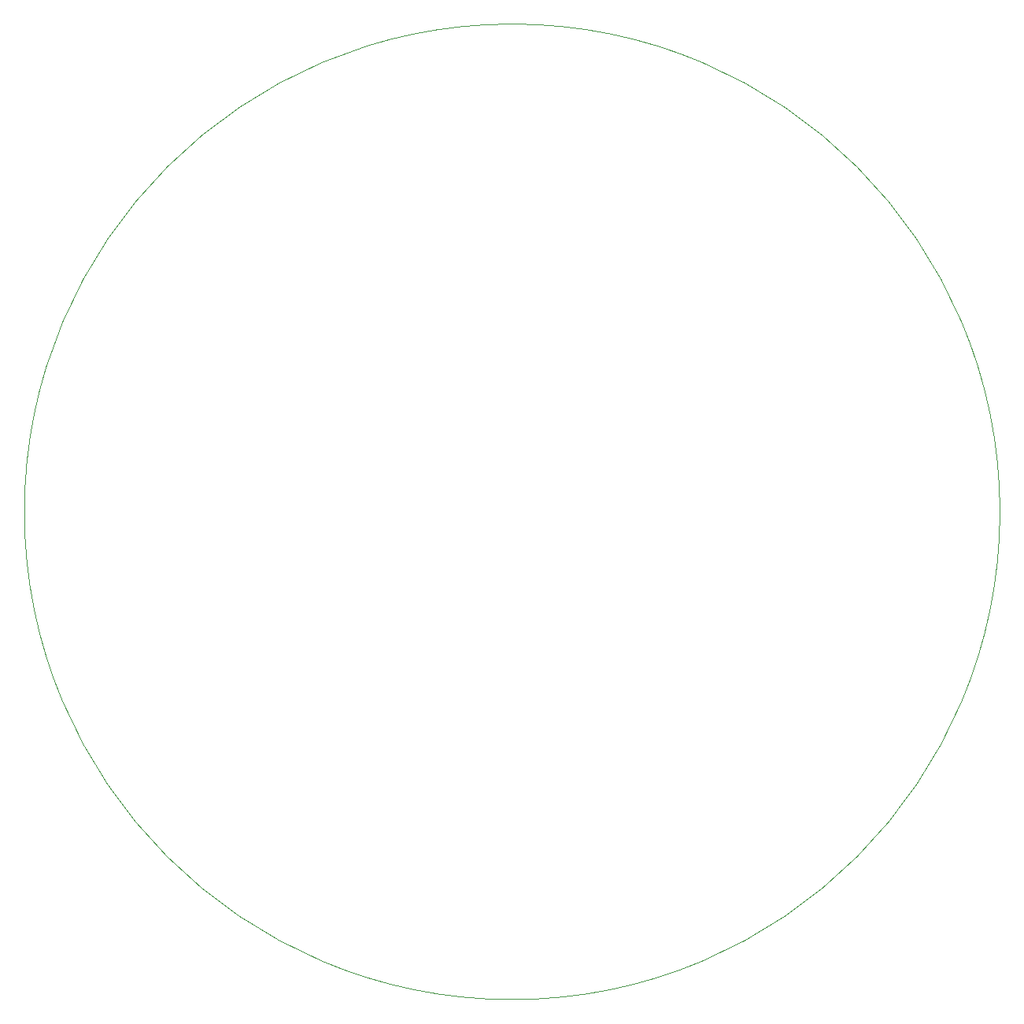
<source format=gm1>
%TF.GenerationSoftware,KiCad,Pcbnew,(5.1.5)-3*%
%TF.CreationDate,2021-01-12T11:59:14+01:00*%
%TF.ProjectId,smart_object_pcb,736d6172-745f-46f6-926a-6563745f7063,rev?*%
%TF.SameCoordinates,Original*%
%TF.FileFunction,Profile,NP*%
%FSLAX46Y46*%
G04 Gerber Fmt 4.6, Leading zero omitted, Abs format (unit mm)*
G04 Created by KiCad (PCBNEW (5.1.5)-3) date 2021-01-12 11:59:14*
%MOMM*%
%LPD*%
G04 APERTURE LIST*
%TA.AperFunction,Profile*%
%ADD10C,0.001000*%
%TD*%
G04 APERTURE END LIST*
D10*
X202850273Y-106380000D02*
G75*
G03X202850273Y-106380000I-52470273J0D01*
G01*
M02*

</source>
